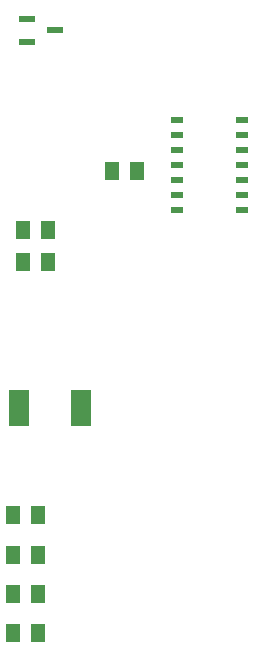
<source format=gbp>
G04*
G04 #@! TF.GenerationSoftware,Altium Limited,Altium Designer,18.0.12 (696)*
G04*
G04 Layer_Color=128*
%FSAX24Y24*%
%MOIN*%
G70*
G01*
G75*
%ADD51R,0.0492X0.0591*%
%ADD52R,0.0571X0.0236*%
%ADD53R,0.0701X0.1240*%
%ADD54R,0.0433X0.0201*%
D51*
X011987Y015438D02*
D03*
X012813D02*
D03*
Y011500D02*
D03*
X011987D02*
D03*
Y014125D02*
D03*
X012813D02*
D03*
X011987Y012812D02*
D03*
X012813D02*
D03*
X015287Y026922D02*
D03*
X016113D02*
D03*
X013133Y024960D02*
D03*
X012307D02*
D03*
Y023880D02*
D03*
X013133D02*
D03*
D52*
X013363Y031600D02*
D03*
X012437Y031974D02*
D03*
Y031226D02*
D03*
D53*
X014230Y019000D02*
D03*
X012170D02*
D03*
D54*
X019600Y025632D02*
D03*
Y026132D02*
D03*
Y026632D02*
D03*
Y027132D02*
D03*
Y027632D02*
D03*
Y028132D02*
D03*
Y028632D02*
D03*
X017435D02*
D03*
Y028132D02*
D03*
Y027632D02*
D03*
Y027132D02*
D03*
Y026632D02*
D03*
Y026132D02*
D03*
Y025632D02*
D03*
M02*

</source>
